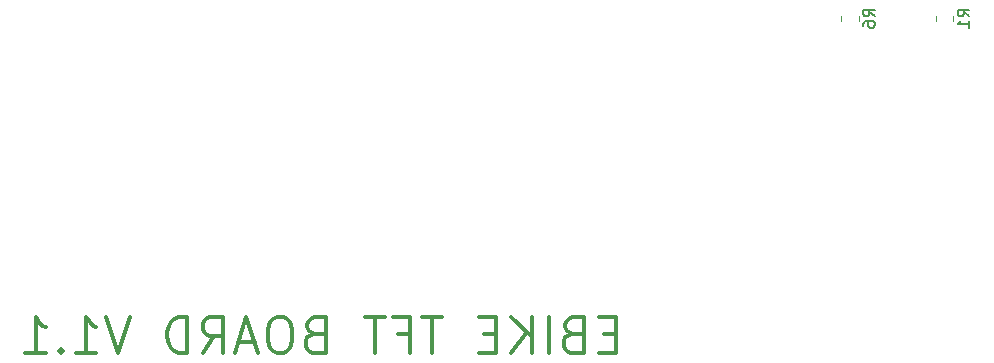
<source format=gbr>
G04 #@! TF.GenerationSoftware,KiCad,Pcbnew,(6.0.7-1)-1*
G04 #@! TF.CreationDate,2022-10-14T20:53:50-04:00*
G04 #@! TF.ProjectId,ebike_TFT,6562696b-655f-4544-9654-2e6b69636164,rev?*
G04 #@! TF.SameCoordinates,Original*
G04 #@! TF.FileFunction,Legend,Bot*
G04 #@! TF.FilePolarity,Positive*
%FSLAX46Y46*%
G04 Gerber Fmt 4.6, Leading zero omitted, Abs format (unit mm)*
G04 Created by KiCad (PCBNEW (6.0.7-1)-1) date 2022-10-14 20:53:50*
%MOMM*%
%LPD*%
G01*
G04 APERTURE LIST*
%ADD10C,0.300000*%
%ADD11C,0.150000*%
%ADD12C,0.120000*%
G04 APERTURE END LIST*
D10*
X80978571Y-69735714D02*
X79978571Y-69735714D01*
X79550000Y-71307142D02*
X80978571Y-71307142D01*
X80978571Y-68307142D01*
X79550000Y-68307142D01*
X77264285Y-69735714D02*
X76835714Y-69878571D01*
X76692857Y-70021428D01*
X76550000Y-70307142D01*
X76550000Y-70735714D01*
X76692857Y-71021428D01*
X76835714Y-71164285D01*
X77121428Y-71307142D01*
X78264285Y-71307142D01*
X78264285Y-68307142D01*
X77264285Y-68307142D01*
X76978571Y-68450000D01*
X76835714Y-68592857D01*
X76692857Y-68878571D01*
X76692857Y-69164285D01*
X76835714Y-69450000D01*
X76978571Y-69592857D01*
X77264285Y-69735714D01*
X78264285Y-69735714D01*
X75264285Y-71307142D02*
X75264285Y-68307142D01*
X73835714Y-71307142D02*
X73835714Y-68307142D01*
X72121428Y-71307142D02*
X73407142Y-69592857D01*
X72121428Y-68307142D02*
X73835714Y-70021428D01*
X70835714Y-69735714D02*
X69835714Y-69735714D01*
X69407142Y-71307142D02*
X70835714Y-71307142D01*
X70835714Y-68307142D01*
X69407142Y-68307142D01*
X66264285Y-68307142D02*
X64550000Y-68307142D01*
X65407142Y-71307142D02*
X65407142Y-68307142D01*
X62550000Y-69735714D02*
X63550000Y-69735714D01*
X63550000Y-71307142D02*
X63550000Y-68307142D01*
X62121428Y-68307142D01*
X61407142Y-68307142D02*
X59692857Y-68307142D01*
X60550000Y-71307142D02*
X60550000Y-68307142D01*
X55407142Y-69735714D02*
X54978571Y-69878571D01*
X54835714Y-70021428D01*
X54692857Y-70307142D01*
X54692857Y-70735714D01*
X54835714Y-71021428D01*
X54978571Y-71164285D01*
X55264285Y-71307142D01*
X56407142Y-71307142D01*
X56407142Y-68307142D01*
X55407142Y-68307142D01*
X55121428Y-68450000D01*
X54978571Y-68592857D01*
X54835714Y-68878571D01*
X54835714Y-69164285D01*
X54978571Y-69450000D01*
X55121428Y-69592857D01*
X55407142Y-69735714D01*
X56407142Y-69735714D01*
X52835714Y-68307142D02*
X52264285Y-68307142D01*
X51978571Y-68450000D01*
X51692857Y-68735714D01*
X51550000Y-69307142D01*
X51550000Y-70307142D01*
X51692857Y-70878571D01*
X51978571Y-71164285D01*
X52264285Y-71307142D01*
X52835714Y-71307142D01*
X53121428Y-71164285D01*
X53407142Y-70878571D01*
X53550000Y-70307142D01*
X53550000Y-69307142D01*
X53407142Y-68735714D01*
X53121428Y-68450000D01*
X52835714Y-68307142D01*
X50407142Y-70450000D02*
X48978571Y-70450000D01*
X50692857Y-71307142D02*
X49692857Y-68307142D01*
X48692857Y-71307142D01*
X45978571Y-71307142D02*
X46978571Y-69878571D01*
X47692857Y-71307142D02*
X47692857Y-68307142D01*
X46550000Y-68307142D01*
X46264285Y-68450000D01*
X46121428Y-68592857D01*
X45978571Y-68878571D01*
X45978571Y-69307142D01*
X46121428Y-69592857D01*
X46264285Y-69735714D01*
X46550000Y-69878571D01*
X47692857Y-69878571D01*
X44692857Y-71307142D02*
X44692857Y-68307142D01*
X43978571Y-68307142D01*
X43550000Y-68450000D01*
X43264285Y-68735714D01*
X43121428Y-69021428D01*
X42978571Y-69592857D01*
X42978571Y-70021428D01*
X43121428Y-70592857D01*
X43264285Y-70878571D01*
X43550000Y-71164285D01*
X43978571Y-71307142D01*
X44692857Y-71307142D01*
X39835714Y-68307142D02*
X38835714Y-71307142D01*
X37835714Y-68307142D01*
X35264285Y-71307142D02*
X36978571Y-71307142D01*
X36121428Y-71307142D02*
X36121428Y-68307142D01*
X36407142Y-68735714D01*
X36692857Y-69021428D01*
X36978571Y-69164285D01*
X33978571Y-71021428D02*
X33835714Y-71164285D01*
X33978571Y-71307142D01*
X34121428Y-71164285D01*
X33978571Y-71021428D01*
X33978571Y-71307142D01*
X30978571Y-71307142D02*
X32692857Y-71307142D01*
X31835714Y-71307142D02*
X31835714Y-68307142D01*
X32121428Y-68735714D01*
X32407142Y-69021428D01*
X32692857Y-69164285D01*
D11*
X110902380Y-42833333D02*
X110426190Y-42500000D01*
X110902380Y-42261904D02*
X109902380Y-42261904D01*
X109902380Y-42642857D01*
X109950000Y-42738095D01*
X109997619Y-42785714D01*
X110092857Y-42833333D01*
X110235714Y-42833333D01*
X110330952Y-42785714D01*
X110378571Y-42738095D01*
X110426190Y-42642857D01*
X110426190Y-42261904D01*
X110902380Y-43785714D02*
X110902380Y-43214285D01*
X110902380Y-43500000D02*
X109902380Y-43500000D01*
X110045238Y-43404761D01*
X110140476Y-43309523D01*
X110188095Y-43214285D01*
X102902380Y-42833333D02*
X102426190Y-42500000D01*
X102902380Y-42261904D02*
X101902380Y-42261904D01*
X101902380Y-42642857D01*
X101950000Y-42738095D01*
X101997619Y-42785714D01*
X102092857Y-42833333D01*
X102235714Y-42833333D01*
X102330952Y-42785714D01*
X102378571Y-42738095D01*
X102426190Y-42642857D01*
X102426190Y-42261904D01*
X101902380Y-43690476D02*
X101902380Y-43500000D01*
X101950000Y-43404761D01*
X101997619Y-43357142D01*
X102140476Y-43261904D01*
X102330952Y-43214285D01*
X102711904Y-43214285D01*
X102807142Y-43261904D01*
X102854761Y-43309523D01*
X102902380Y-43404761D01*
X102902380Y-43595238D01*
X102854761Y-43690476D01*
X102807142Y-43738095D01*
X102711904Y-43785714D01*
X102473809Y-43785714D01*
X102378571Y-43738095D01*
X102330952Y-43690476D01*
X102283333Y-43595238D01*
X102283333Y-43404761D01*
X102330952Y-43309523D01*
X102378571Y-43261904D01*
X102473809Y-43214285D01*
D12*
X108065000Y-43227064D02*
X108065000Y-42772936D01*
X109535000Y-43227064D02*
X109535000Y-42772936D01*
X101535000Y-43227064D02*
X101535000Y-42772936D01*
X100065000Y-43227064D02*
X100065000Y-42772936D01*
M02*

</source>
